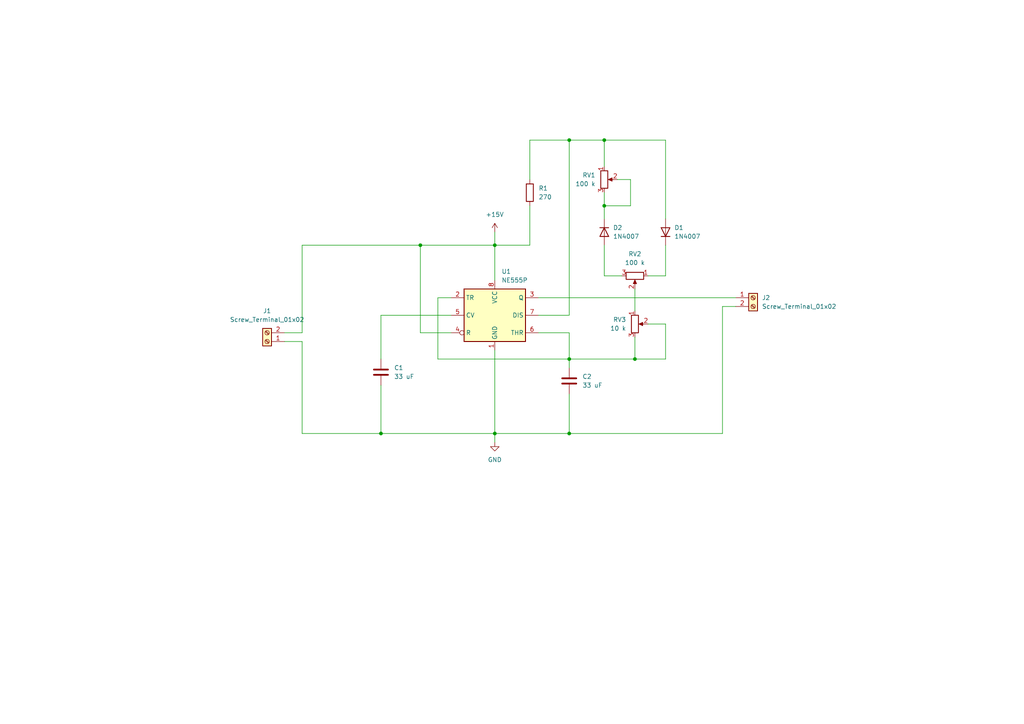
<source format=kicad_sch>
(kicad_sch (version 20230121) (generator eeschema)
  (paper "A4")
  (title_block (title "Impulse Generator") (date "2024-09-07"))
  (lib_symbols
    (symbol "Connector:Screw_Terminal_01x02" (pin_names (offset 1.016) hide)
      (property "Reference" "J" (at 0 2.54 0))
      (property "Value" "Screw_Terminal_01x02" (at 0 -5.08 0))
      (symbol "Screw_Terminal_01x02_1_1"
        (rectangle (start -1.27 1.27) (end 1.27 -3.81) (stroke (width 0.254)) (fill (type background)))
        (circle (center 0 -2.54) (radius 0.635) (stroke (width 0.1524)))
        (polyline (pts (xy -0.5334 -2.2098) (xy 0.3302 -3.048)) (stroke (width 0.1524)))
        (polyline (pts (xy -0.5334 0.3302) (xy 0.3302 -0.508)) (stroke (width 0.1524)))
        (polyline (pts (xy -0.3556 -2.032) (xy 0.508 -2.8702)) (stroke (width 0.1524)))
        (polyline (pts (xy -0.3556 0.508) (xy 0.508 -0.3302)) (stroke (width 0.1524)))
        (circle (center 0 0) (radius 0.635) (stroke (width 0.1524)))
        (pin passive line (at -5.08 0 0) (length 3.81) (name "Pin_1") (number "1"))
        (pin passive line (at -5.08 -2.54 0) (length 3.81) (name "Pin_2") (number "2"))
      )
    )
    (symbol "Device:C" (pin_numbers hide) (pin_names (offset 0.254))
      (property "Reference" "C" (at 0.635 2.54 0))
      (property "Value" "C" (at 0.635 -2.54 0))
      (symbol "C_0_1"
        (polyline (pts (xy -2.032 -0.762) (xy 2.032 -0.762)) (stroke (width 0.508)))
        (polyline (pts (xy -2.032 0.762) (xy 2.032 0.762)) (stroke (width 0.508)))
      )
      (symbol "C_1_1"
        (pin passive line (at 0 3.81 270) (length 2.794) (name "~") (number "1"))
        (pin passive line (at 0 -3.81 90) (length 2.794) (name "~") (number "2"))
      )
    )
    (symbol "Device:R" (pin_numbers hide) (pin_names (offset 0))
      (property "Reference" "R" (at 2.032 0 90))
      (property "Value" "R" (at 0 0 90))
      (symbol "R_0_1"
        (rectangle (start -1.016 -2.54) (end 1.016 2.54) (stroke (width 0.254)))
      )
      (symbol "R_1_1"
        (pin passive line (at 0 3.81 270) (length 1.27) (name "~") (number "1"))
        (pin passive line (at 0 -3.81 90) (length 1.27) (name "~") (number "2"))
      )
    )
    (symbol "Device:R_Potentiometer" (pin_names (offset 1.016) hide)
      (property "Reference" "RV" (at -4.445 0 90))
      (property "Value" "R_Potentiometer" (at -2.54 0 90))
      (symbol "R_Potentiometer_0_1"
        (polyline (pts (xy 2.54 0) (xy 1.524 0)))
        (polyline (pts (xy 1.143 0) (xy 2.286 0.508) (xy 2.286 -0.508) (xy 1.143 0)) (fill (type outline)))
        (rectangle (start 1.016 2.54) (end -1.016 -2.54) (stroke (width 0.254)))
      )
      (symbol "R_Potentiometer_1_1"
        (pin passive line (at 0 3.81 270) (length 1.27) (name "1") (number "1"))
        (pin passive line (at 3.81 0 180) (length 1.27) (name "2") (number "2"))
        (pin passive line (at 0 -3.81 90) (length 1.27) (name "3") (number "3"))
      )
    )
    (symbol "Diode:1N4007" (pin_numbers hide) (pin_names hide)
      (property "Reference" "D" (at 0 2.54 0))
      (property "Value" "1N4007" (at 0 -2.54 0))
      (symbol "1N4007_0_1"
        (polyline (pts (xy -1.27 1.27) (xy -1.27 -1.27)) (stroke (width 0.254)))
        (polyline (pts (xy 1.27 0) (xy -1.27 0)))
        (polyline (pts (xy 1.27 1.27) (xy 1.27 -1.27) (xy -1.27 0) (xy 1.27 1.27)) (stroke (width 0.254)))
      )
      (symbol "1N4007_1_1"
        (pin passive line (at -3.81 0 0) (length 2.54) (name "K") (number "1"))
        (pin passive line (at 3.81 0 180) (length 2.54) (name "A") (number "2"))
      )
    )
    (symbol "Timer:NE555P"
      (property "Reference" "U" (at -10.16 8.89 0))
      (property "Value" "NE555P" (at 2.54 8.89 0))
      (symbol "NE555P_0_0"
        (pin power_in line (at 0 -10.16 90) (length 2.54) (name "GND") (number "1"))
        (pin power_in line (at 0 10.16 270) (length 2.54) (name "VCC") (number "8"))
      )
      (symbol "NE555P_0_1"
        (rectangle (start -8.89 -7.62) (end 8.89 7.62) (stroke (width 0.254)) (fill (type background)))
        (rectangle (start -8.89 -7.62) (end 8.89 7.62) (stroke (width 0.254)) (fill (type background)))
      )
      (symbol "NE555P_1_1"
        (pin input line (at -12.7 5.08 0) (length 3.81) (name "TR") (number "2"))
        (pin output line (at 12.7 5.08 180) (length 3.81) (name "Q") (number "3"))
        (pin input inverted (at -12.7 -5.08 0) (length 3.81) (name "R") (number "4"))
        (pin input line (at -12.7 0 0) (length 3.81) (name "CV") (number "5"))
        (pin input line (at 12.7 -5.08 180) (length 3.81) (name "THR") (number "6"))
        (pin input line (at 12.7 0 180) (length 3.81) (name "DIS") (number "7"))
      )
    )
    (symbol "power:+15V" (power) (pin_names (offset 0))
      (property "Value" "+15V" (at 0 3.556 0))
      (symbol "+15V_0_1"
        (polyline (pts (xy -0.762 1.27) (xy 0 2.54)))
        (polyline (pts (xy 0 0) (xy 0 2.54)))
        (polyline (pts (xy 0 2.54) (xy 0.762 1.27)))
      )
      (symbol "+15V_1_1"
        (pin power_in line (at 0 0 90) (length 0) hide (name "+15V") (number "1"))
      )
    )
    (symbol "power:GND" (power) (pin_names (offset 0))
      (property "Value" "GND" (at 0 -3.81 0))
      (symbol "GND_0_1"
        (polyline (pts (xy 0 0) (xy 0 -1.27) (xy 1.27 -1.27) (xy 0 -2.54) (xy -1.27 -1.27) (xy 0 -1.27)))
      )
      (symbol "GND_1_1"
        (pin power_in line (at 0 0 270) (length 0) hide (name "GND") (number "1"))
      )
    )
  )
  (junction (at 143.51 71.12))
  (junction (at 175.26 59.69))
  (junction (at 121.92 71.12))
  (junction (at 110.49 125.73))
  (junction (at 165.1 125.73))
  (junction (at 165.1 104.14))
  (junction (at 175.26 40.64))
  (junction (at 184.15 104.14))
  (junction (at 165.1 40.64))
  (junction (at 143.51 125.73))
  (wire (pts (xy 121.92 96.52) (xy 121.92 71.12)))
  (wire (pts (xy 165.1 96.52) (xy 165.1 104.14)))
  (wire (pts (xy 153.67 71.12) (xy 153.67 59.69)))
  (wire (pts (xy 165.1 91.44) (xy 165.1 40.64)))
  (wire (pts (xy 187.96 80.01) (xy 193.04 80.01)))
  (wire (pts (xy 127 104.14) (xy 165.1 104.14)))
  (wire (pts (xy 165.1 114.3) (xy 165.1 125.73)))
  (wire (pts (xy 143.51 125.73) (xy 143.51 128.27)))
  (wire (pts (xy 193.04 93.98) (xy 193.04 104.14)))
  (wire (pts (xy 110.49 104.14) (xy 110.49 91.44)))
  (wire (pts (xy 179.07 52.07) (xy 182.88 52.07)))
  (wire (pts (xy 184.15 83.82) (xy 184.15 90.17)))
  (wire (pts (xy 165.1 125.73) (xy 143.51 125.73)))
  (wire (pts (xy 165.1 104.14) (xy 184.15 104.14)))
  (wire (pts (xy 165.1 40.64) (xy 175.26 40.64)))
  (wire (pts (xy 82.55 99.06) (xy 87.63 99.06)))
  (wire (pts (xy 182.88 59.69) (xy 175.26 59.69)))
  (wire (pts (xy 121.92 71.12) (xy 143.51 71.12)))
  (wire (pts (xy 182.88 52.07) (xy 182.88 59.69)))
  (wire (pts (xy 143.51 67.31) (xy 143.51 71.12)))
  (wire (pts (xy 209.55 88.9) (xy 209.55 125.73)))
  (wire (pts (xy 143.51 71.12) (xy 143.51 81.28)))
  (wire (pts (xy 143.51 101.6) (xy 143.51 125.73)))
  (wire (pts (xy 82.55 96.52) (xy 87.63 96.52)))
  (wire (pts (xy 87.63 71.12) (xy 121.92 71.12)))
  (wire (pts (xy 175.26 80.01) (xy 180.34 80.01)))
  (wire (pts (xy 153.67 40.64) (xy 165.1 40.64)))
  (wire (pts (xy 87.63 99.06) (xy 87.63 125.73)))
  (wire (pts (xy 127 86.36) (xy 127 104.14)))
  (wire (pts (xy 156.21 91.44) (xy 165.1 91.44)))
  (wire (pts (xy 213.36 88.9) (xy 209.55 88.9)))
  (wire (pts (xy 193.04 40.64) (xy 193.04 63.5)))
  (wire (pts (xy 87.63 96.52) (xy 87.63 71.12)))
  (wire (pts (xy 156.21 86.36) (xy 213.36 86.36)))
  (wire (pts (xy 110.49 125.73) (xy 143.51 125.73)))
  (wire (pts (xy 193.04 104.14) (xy 184.15 104.14)))
  (wire (pts (xy 143.51 71.12) (xy 153.67 71.12)))
  (wire (pts (xy 187.96 93.98) (xy 193.04 93.98)))
  (wire (pts (xy 175.26 40.64) (xy 175.26 48.26)))
  (wire (pts (xy 175.26 71.12) (xy 175.26 80.01)))
  (wire (pts (xy 153.67 52.07) (xy 153.67 40.64)))
  (wire (pts (xy 175.26 40.64) (xy 193.04 40.64)))
  (wire (pts (xy 87.63 125.73) (xy 110.49 125.73)))
  (wire (pts (xy 184.15 104.14) (xy 184.15 97.79)))
  (wire (pts (xy 175.26 59.69) (xy 175.26 63.5)))
  (wire (pts (xy 193.04 80.01) (xy 193.04 71.12)))
  (wire (pts (xy 110.49 111.76) (xy 110.49 125.73)))
  (wire (pts (xy 110.49 91.44) (xy 130.81 91.44)))
  (wire (pts (xy 175.26 55.88) (xy 175.26 59.69)))
  (wire (pts (xy 130.81 96.52) (xy 121.92 96.52)))
  (wire (pts (xy 130.81 86.36) (xy 127 86.36)))
  (wire (pts (xy 209.55 125.73) (xy 165.1 125.73)))
  (wire (pts (xy 165.1 104.14) (xy 165.1 106.68)))
  (wire (pts (xy 156.21 96.52) (xy 165.1 96.52)))
  (symbol (lib_id "power:+15V") (at 143.51 67.31 0) (unit 1)
    (property "Reference" "#PWR01" (effects hide))
    (property "Value" "+15V" (at 143.51 62.23 0))
  )
  (symbol (lib_id "Diode:1N4007") (at 175.26 67.31 270) (unit 1)
    (property "Reference" "D2" (at 177.8 66.04 90) (effects (justify left)))
    (property "Value" "1N4007" (at 177.8 68.58 90) (effects (justify left)))
    (property "Footprint" "Diode_THT:D_DO-41_SOD81_P10.16mm_Horizontal" (effects hide))
    (property "Datasheet" "http://www.vishay.com/docs/88503/1n4001.pdf" (effects hide))
    (property "Sim.Device" "D" (effects hide))
    (property "Sim.Pins" "1=K 2=A" (effects hide))
  )
  (symbol (lib_id "Connector:Screw_Terminal_01x02") (at 218.44 86.36 0) (unit 1)
    (property "Reference" "J2" (at 220.98 86.36 0) (effects (justify left)))
    (property "Value" "Screw_Terminal_01x02" (at 220.98 88.9 0) (effects (justify left)))
    (property "Footprint" "TerminalBlock:TerminalBlock_bornier-2_P5.08mm" (effects hide))
  )
  (symbol (lib_id "Device:R_Potentiometer") (at 184.15 80.01 270) (unit 1)
    (property "Reference" "RV2" (at 184.15 73.66 90))
    (property "Value" "100 k" (at 184.15 76.2 90))
    (property "Footprint" "Potentiometer_THT:Potentiometer_Alps_RK163_Single_Horizontal" (effects hide))
  )
  (symbol (lib_id "Timer:NE555P") (at 143.51 91.44 0) (unit 1)
    (property "Reference" "U1" (at 145.4659 78.74 0) (effects (justify left)))
    (property "Value" "NE555P" (at 145.4659 81.28 0) (effects (justify left)))
    (property "Footprint" "Package_DIP:DIP-8_W7.62mm" (effects hide))
    (property "Datasheet" "http://www.ti.com/lit/ds/symlink/ne555.pdf" (effects hide))
  )
  (symbol (lib_id "Connector:Screw_Terminal_01x02") (at 77.47 99.06 180) (unit 1)
    (property "Reference" "J1" (at 77.47 90.17 0))
    (property "Value" "Screw_Terminal_01x02" (at 77.47 92.71 0))
    (property "Footprint" "TerminalBlock:TerminalBlock_bornier-2_P5.08mm" (effects hide))
  )
  (symbol (lib_id "Device:R") (at 153.67 55.88 0) (unit 1)
    (property "Reference" "R1" (at 156.21 54.61 0) (effects (justify left)))
    (property "Value" "270" (at 156.21 57.15 0) (effects (justify left)))
    (property "Footprint" "Resistor_THT:R_Axial_DIN0204_L3.6mm_D1.6mm_P7.62mm_Horizontal" (effects hide))
  )
  (symbol (lib_id "Device:R_Potentiometer") (at 184.15 93.98 0) (unit 1)
    (property "Reference" "RV3" (at 181.61 92.71 0) (effects (justify right)))
    (property "Value" "10 k" (at 181.61 95.25 0) (effects (justify right)))
    (property "Footprint" "Potentiometer_THT:Potentiometer_Alps_RK163_Single_Horizontal" (effects hide))
  )
  (symbol (lib_id "Device:C") (at 165.1 110.49 0) (unit 1)
    (property "Reference" "C2" (at 168.91 109.22 0) (effects (justify left)))
    (property "Value" "33 uF" (at 168.91 111.76 0) (effects (justify left)))
    (property "Footprint" "Capacitor_THT:CP_Axial_L10.0mm_D4.5mm_P15.00mm_Horizontal" (effects hide))
  )
  (symbol (lib_id "Device:R_Potentiometer") (at 175.26 52.07 0) (unit 1)
    (property "Reference" "RV1" (at 172.72 50.8 0) (effects (justify right)))
    (property "Value" "100 k" (at 172.72 53.34 0) (effects (justify right)))
    (property "Footprint" "Potentiometer_THT:Potentiometer_Alps_RK163_Single_Horizontal" (effects hide))
  )
  (symbol (lib_id "Diode:1N4007") (at 193.04 67.31 90) (unit 1)
    (property "Reference" "D1" (at 195.58 66.04 90) (effects (justify right)))
    (property "Value" "1N4007" (at 195.58 68.58 90) (effects (justify right)))
    (property "Footprint" "Diode_THT:D_DO-41_SOD81_P10.16mm_Horizontal" (effects hide))
    (property "Datasheet" "http://www.vishay.com/docs/88503/1n4001.pdf" (effects hide))
    (property "Sim.Device" "D" (effects hide))
    (property "Sim.Pins" "1=K 2=A" (effects hide))
  )
  (symbol (lib_id "Device:C") (at 110.49 107.95 0) (unit 1)
    (property "Reference" "C1" (at 114.3 106.68 0) (effects (justify left)))
    (property "Value" "33 uF" (at 114.3 109.22 0) (effects (justify left)))
    (property "Footprint" "Capacitor_THT:CP_Axial_L10.0mm_D4.5mm_P15.00mm_Horizontal" (effects hide))
  )
  (symbol (lib_id "power:GND") (at 143.51 128.27 0) (unit 1)
    (property "Reference" "#PWR02" (effects hide))
    (property "Value" "GND" (at 143.51 133.35 0))
  )
)
</source>
